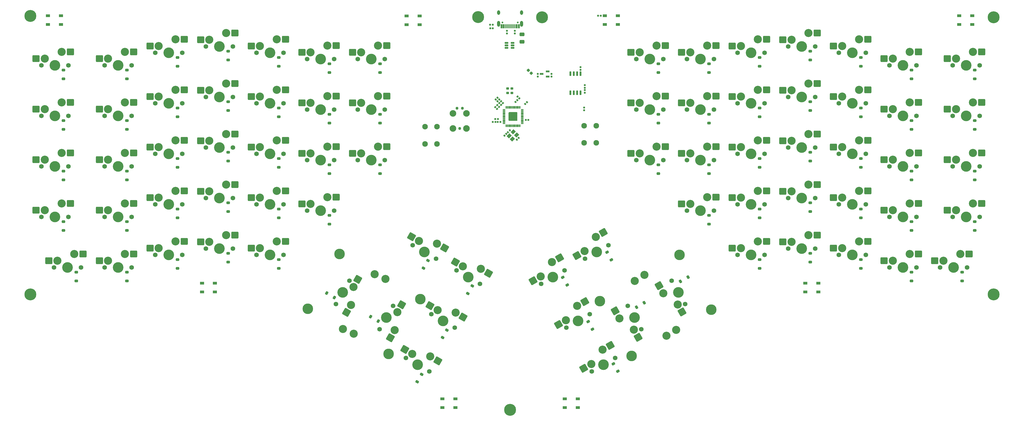
<source format=gbr>
%TF.GenerationSoftware,KiCad,Pcbnew,7.0.2*%
%TF.CreationDate,2023-06-02T16:23:41-04:00*%
%TF.ProjectId,arisu,61726973-752e-46b6-9963-61645f706362,1.1*%
%TF.SameCoordinates,Original*%
%TF.FileFunction,Soldermask,Bot*%
%TF.FilePolarity,Negative*%
%FSLAX46Y46*%
G04 Gerber Fmt 4.6, Leading zero omitted, Abs format (unit mm)*
G04 Created by KiCad (PCBNEW 7.0.2) date 2023-06-02 16:23:41*
%MOMM*%
%LPD*%
G01*
G04 APERTURE LIST*
G04 Aperture macros list*
%AMRoundRect*
0 Rectangle with rounded corners*
0 $1 Rounding radius*
0 $2 $3 $4 $5 $6 $7 $8 $9 X,Y pos of 4 corners*
0 Add a 4 corners polygon primitive as box body*
4,1,4,$2,$3,$4,$5,$6,$7,$8,$9,$2,$3,0*
0 Add four circle primitives for the rounded corners*
1,1,$1+$1,$2,$3*
1,1,$1+$1,$4,$5*
1,1,$1+$1,$6,$7*
1,1,$1+$1,$8,$9*
0 Add four rect primitives between the rounded corners*
20,1,$1+$1,$2,$3,$4,$5,0*
20,1,$1+$1,$4,$5,$6,$7,0*
20,1,$1+$1,$6,$7,$8,$9,0*
20,1,$1+$1,$8,$9,$2,$3,0*%
G04 Aperture macros list end*
%ADD10C,1.750000*%
%ADD11C,3.050000*%
%ADD12C,4.000000*%
%ADD13RoundRect,0.301000X-1.025000X-1.000000X1.025000X-1.000000X1.025000X1.000000X-1.025000X1.000000X0*%
%ADD14RoundRect,0.301000X1.378525X-0.387676X0.353525X1.387676X-1.378525X0.387676X-0.353525X-1.387676X0*%
%ADD15C,3.048000*%
%ADD16C,3.987800*%
%ADD17RoundRect,0.301000X-1.387676X-0.353525X0.387676X-1.378525X1.387676X0.353525X-0.387676X1.378525X0*%
%ADD18RoundRect,0.301000X-0.387676X-1.378525X1.387676X-0.353525X0.387676X1.378525X-1.387676X0.353525X0*%
%ADD19C,2.102000*%
%ADD20RoundRect,0.301000X-0.353525X1.387676X-1.378525X-0.387676X0.353525X-1.387676X1.378525X0.387676X0*%
%ADD21C,4.502000*%
%ADD22C,2.476910*%
%ADD23C,1.092610*%
%ADD24RoundRect,0.276000X0.375000X-0.225000X0.375000X0.225000X-0.375000X0.225000X-0.375000X-0.225000X0*%
%ADD25RoundRect,0.051000X0.750000X0.450000X-0.750000X0.450000X-0.750000X-0.450000X0.750000X-0.450000X0*%
%ADD26RoundRect,0.191000X0.021213X-0.219203X0.219203X-0.021213X-0.021213X0.219203X-0.219203X0.021213X0*%
%ADD27RoundRect,0.186000X-0.135000X-0.185000X0.135000X-0.185000X0.135000X0.185000X-0.135000X0.185000X0*%
%ADD28RoundRect,0.201000X0.150000X-0.650000X0.150000X0.650000X-0.150000X0.650000X-0.150000X-0.650000X0*%
%ADD29RoundRect,0.191000X0.219203X0.021213X0.021213X0.219203X-0.219203X-0.021213X-0.021213X-0.219203X0*%
%ADD30RoundRect,0.276000X0.437260X-0.007356X0.212260X0.382356X-0.437260X0.007356X-0.212260X-0.382356X0*%
%ADD31RoundRect,0.191000X0.140000X0.170000X-0.140000X0.170000X-0.140000X-0.170000X0.140000X-0.170000X0*%
%ADD32RoundRect,0.251000X-0.275000X0.200000X-0.275000X-0.200000X0.275000X-0.200000X0.275000X0.200000X0*%
%ADD33RoundRect,0.191000X-0.219203X-0.021213X-0.021213X-0.219203X0.219203X0.021213X0.021213X0.219203X0*%
%ADD34RoundRect,0.276000X0.007356X0.437260X-0.382356X0.212260X-0.007356X-0.437260X0.382356X-0.212260X0*%
%ADD35RoundRect,0.191000X-0.140000X-0.170000X0.140000X-0.170000X0.140000X0.170000X-0.140000X0.170000X0*%
%ADD36RoundRect,0.101000X0.387500X0.050000X-0.387500X0.050000X-0.387500X-0.050000X0.387500X-0.050000X0*%
%ADD37RoundRect,0.101000X0.050000X0.387500X-0.050000X0.387500X-0.050000X-0.387500X0.050000X-0.387500X0*%
%ADD38RoundRect,0.195000X1.456000X1.456000X-1.456000X1.456000X-1.456000X-1.456000X1.456000X-1.456000X0*%
%ADD39RoundRect,0.191000X-0.021213X0.219203X-0.219203X0.021213X0.021213X-0.219203X0.219203X-0.021213X0*%
%ADD40RoundRect,0.191000X0.170000X-0.140000X0.170000X0.140000X-0.170000X0.140000X-0.170000X-0.140000X0*%
%ADD41RoundRect,0.276000X-0.382356X-0.212260X0.007356X-0.437260X0.382356X0.212260X-0.007356X0.437260X0*%
%ADD42RoundRect,0.276000X0.212260X-0.382356X0.437260X0.007356X-0.212260X0.382356X-0.437260X-0.007356X0*%
%ADD43RoundRect,0.186000X0.185000X-0.135000X0.185000X0.135000X-0.185000X0.135000X-0.185000X-0.135000X0*%
%ADD44RoundRect,0.051000X-0.070711X-0.919239X0.919239X0.070711X0.070711X0.919239X-0.919239X-0.070711X0*%
%ADD45RoundRect,0.276000X-0.335876X-0.017678X-0.017678X-0.335876X0.335876X0.017678X0.017678X0.335876X0*%
%ADD46RoundRect,0.186000X-0.035355X0.226274X-0.226274X0.035355X0.035355X-0.226274X0.226274X-0.035355X0*%
%ADD47RoundRect,0.191000X-0.170000X0.140000X-0.170000X-0.140000X0.170000X-0.140000X0.170000X0.140000X0*%
%ADD48RoundRect,0.186000X-0.185000X0.135000X-0.185000X-0.135000X0.185000X-0.135000X0.185000X0.135000X0*%
%ADD49RoundRect,0.201000X0.475000X0.150000X-0.475000X0.150000X-0.475000X-0.150000X0.475000X-0.150000X0*%
%ADD50C,0.650000*%
%ADD51RoundRect,0.051000X-0.300000X-0.725000X0.300000X-0.725000X0.300000X0.725000X-0.300000X0.725000X0*%
%ADD52RoundRect,0.051000X-0.150000X-0.725000X0.150000X-0.725000X0.150000X0.725000X-0.150000X0.725000X0*%
%ADD53O,1.102000X1.702000*%
%ADD54O,1.102000X2.202000*%
%ADD55RoundRect,0.201000X0.512500X0.150000X-0.512500X0.150000X-0.512500X-0.150000X0.512500X-0.150000X0*%
%ADD56RoundRect,0.301000X-0.625000X0.375000X-0.625000X-0.375000X0.625000X-0.375000X0.625000X0.375000X0*%
G04 APERTURE END LIST*
D10*
%TO.C,SW18*%
X80010000Y-53575000D03*
D11*
X81280000Y-51035000D03*
D12*
X85090000Y-53575000D03*
D11*
X87630000Y-48495000D03*
D10*
X90170000Y-53575000D03*
D13*
X78005000Y-51035000D03*
X90932000Y-48495000D03*
%TD*%
D10*
%TO.C,SW35*%
X137160000Y-77387500D03*
D11*
X138430000Y-74847500D03*
D12*
X142240000Y-77387500D03*
D11*
X144780000Y-72307500D03*
D10*
X147320000Y-77387500D03*
D13*
X135155000Y-74847500D03*
X148082000Y-72307500D03*
%TD*%
D10*
%TO.C,SW54*%
X243858300Y-141147209D03*
D11*
X241023595Y-141317357D03*
D12*
X241318300Y-136747800D03*
D11*
X235648891Y-137088095D03*
D10*
X238778300Y-132348391D03*
D14*
X242661095Y-144153590D03*
X233997891Y-134228480D03*
%TD*%
D10*
%TO.C,SW29*%
X18097500Y-79768700D03*
D11*
X19367500Y-77228700D03*
D12*
X23177500Y-79768700D03*
D11*
X25717500Y-74688700D03*
D10*
X28257500Y-79768700D03*
D13*
X16092500Y-77228700D03*
X29019500Y-74688700D03*
%TD*%
D10*
%TO.C,SW11*%
X299085000Y-34525000D03*
D11*
X300355000Y-31985000D03*
D12*
X304165000Y-34525000D03*
D11*
X306705000Y-29445000D03*
D10*
X309245000Y-34525000D03*
D13*
X297080000Y-31985000D03*
X310007000Y-29445000D03*
%TD*%
D15*
%TO.C,REF\u002A\u002A*%
X241398487Y-122916689D03*
D16*
X228226241Y-130521689D03*
D15*
X253336487Y-143593911D03*
D16*
X240164241Y-151198911D03*
%TD*%
D10*
%TO.C,SW76*%
X356235000Y-117868700D03*
D11*
X357505000Y-115328700D03*
D12*
X361315000Y-117868700D03*
D11*
X363855000Y-112788700D03*
D10*
X366395000Y-117868700D03*
D13*
X354230000Y-115328700D03*
X367157000Y-112788700D03*
%TD*%
D10*
%TO.C,SW57*%
X299085000Y-91675000D03*
D11*
X300355000Y-89135000D03*
D12*
X304165000Y-91675000D03*
D11*
X306705000Y-86595000D03*
D10*
X309245000Y-91675000D03*
D13*
X297080000Y-89135000D03*
X310007000Y-86595000D03*
%TD*%
D10*
%TO.C,SW48*%
X80010000Y-91675000D03*
D11*
X81280000Y-89135000D03*
D12*
X85090000Y-91675000D03*
D11*
X87630000Y-86595000D03*
D10*
X90170000Y-91675000D03*
D13*
X78005000Y-89135000D03*
X90932000Y-86595000D03*
%TD*%
D10*
%TO.C,SW46*%
X41910000Y-98818700D03*
D11*
X43180000Y-96278700D03*
D12*
X46990000Y-98818700D03*
D11*
X49530000Y-93738700D03*
D10*
X52070000Y-98818700D03*
D13*
X39905000Y-96278700D03*
X52832000Y-93738700D03*
%TD*%
D10*
%TO.C,SW66*%
X155272591Y-151981700D03*
D11*
X157642443Y-150416995D03*
D12*
X159672000Y-154521700D03*
D11*
X164411705Y-151392291D03*
D10*
X164071409Y-157061700D03*
D17*
X154806210Y-148779495D03*
X167271320Y-153043291D03*
%TD*%
D10*
%TO.C,SW25*%
X299085000Y-53575000D03*
D11*
X300355000Y-51035000D03*
D12*
X304165000Y-53575000D03*
D11*
X306705000Y-48495000D03*
D10*
X309245000Y-53575000D03*
D13*
X297080000Y-51035000D03*
X310007000Y-48495000D03*
%TD*%
D10*
%TO.C,SW58*%
X318135000Y-94056200D03*
D11*
X319405000Y-91516200D03*
D12*
X323215000Y-94056200D03*
D11*
X325755000Y-88976200D03*
D10*
X328295000Y-94056200D03*
D13*
X316130000Y-91516200D03*
X329057000Y-88976200D03*
%TD*%
D10*
%TO.C,SW68*%
X174322591Y-118986100D03*
D11*
X176692443Y-117421395D03*
D12*
X178722000Y-121526100D03*
D11*
X183461705Y-118396691D03*
D10*
X183121409Y-124066100D03*
D17*
X173856210Y-115783895D03*
X186321320Y-120047691D03*
%TD*%
D15*
%TO.C,REF\u002A\u002A*%
X143457087Y-120376689D03*
D16*
X130284841Y-112771689D03*
D15*
X131519087Y-141053911D03*
D16*
X118346841Y-133448911D03*
%TD*%
D10*
%TO.C,SW70*%
X215658591Y-140563900D03*
D11*
X215488443Y-137729195D03*
D12*
X220058000Y-138023900D03*
D11*
X219717705Y-132354491D03*
D10*
X224457409Y-135483900D03*
D18*
X212652210Y-139366695D03*
X222577320Y-130703491D03*
%TD*%
D10*
%TO.C,SW27*%
X337185000Y-60718700D03*
D11*
X338455000Y-58178700D03*
D12*
X342265000Y-60718700D03*
D11*
X344805000Y-55638700D03*
D10*
X347345000Y-60718700D03*
D13*
X335180000Y-58178700D03*
X348107000Y-55638700D03*
%TD*%
D10*
%TO.C,SW19*%
X99060000Y-55956200D03*
D11*
X100330000Y-53416200D03*
D12*
X104140000Y-55956200D03*
D11*
X106680000Y-50876200D03*
D10*
X109220000Y-55956200D03*
D13*
X97055000Y-53416200D03*
X109982000Y-50876200D03*
%TD*%
D10*
%TO.C,SW37*%
X260356100Y-131622209D03*
D11*
X257521395Y-131792357D03*
D12*
X257816100Y-127222800D03*
D11*
X252146691Y-127563095D03*
D10*
X255276100Y-122823391D03*
D14*
X259158895Y-134628590D03*
X250495691Y-124703480D03*
%TD*%
D10*
%TO.C,SW49*%
X99060000Y-94056200D03*
D11*
X100330000Y-91516200D03*
D12*
X104140000Y-94056200D03*
D11*
X106680000Y-88976200D03*
D10*
X109220000Y-94056200D03*
D13*
X97055000Y-91516200D03*
X109982000Y-88976200D03*
%TD*%
D19*
%TO.C,RST1*%
X162450000Y-71250000D03*
X162450000Y-64750000D03*
X166950000Y-71250000D03*
X166950000Y-64750000D03*
%TD*%
D10*
%TO.C,SW51*%
X150476700Y-132348391D03*
D11*
X152041405Y-134718243D03*
D12*
X147936700Y-136747800D03*
D11*
X151066109Y-141487505D03*
D10*
X145396700Y-141147209D03*
D20*
X153678905Y-131882010D03*
X149415109Y-144347120D03*
%TD*%
D21*
%TO.C,H7*%
X206450000Y-23550000D03*
%TD*%
D10*
%TO.C,SW32*%
X80010000Y-72625000D03*
D11*
X81280000Y-70085000D03*
D12*
X85090000Y-72625000D03*
D11*
X87630000Y-67545000D03*
D10*
X90170000Y-72625000D03*
D13*
X78005000Y-70085000D03*
X90932000Y-67545000D03*
%TD*%
D10*
%TO.C,SW33*%
X99060000Y-75006200D03*
D11*
X100330000Y-72466200D03*
D12*
X104140000Y-75006200D03*
D11*
X106680000Y-69926200D03*
D10*
X109220000Y-75006200D03*
D13*
X97055000Y-72466200D03*
X109982000Y-69926200D03*
%TD*%
D10*
%TO.C,SW2*%
X41910000Y-41668700D03*
D11*
X43180000Y-39128700D03*
D12*
X46990000Y-41668700D03*
D11*
X49530000Y-36588700D03*
D10*
X52070000Y-41668700D03*
D13*
X39905000Y-39128700D03*
X52832000Y-36588700D03*
%TD*%
D10*
%TO.C,SW45*%
X18097500Y-98818700D03*
D11*
X19367500Y-96278700D03*
D12*
X23177500Y-98818700D03*
D11*
X25717500Y-93738700D03*
D10*
X28257500Y-98818700D03*
D13*
X16092500Y-96278700D03*
X29019500Y-93738700D03*
%TD*%
D10*
%TO.C,SW21*%
X137160000Y-58337500D03*
D11*
X138430000Y-55797500D03*
D12*
X142240000Y-58337500D03*
D11*
X144780000Y-53257500D03*
D10*
X147320000Y-58337500D03*
D13*
X135155000Y-55797500D03*
X148082000Y-53257500D03*
%TD*%
D10*
%TO.C,SW26*%
X318135000Y-55956200D03*
D11*
X319405000Y-53416200D03*
D12*
X323215000Y-55956200D03*
D11*
X325755000Y-50876200D03*
D10*
X328295000Y-55956200D03*
D13*
X316130000Y-53416200D03*
X329057000Y-50876200D03*
%TD*%
D10*
%TO.C,SW40*%
X280035000Y-75006200D03*
D11*
X281305000Y-72466200D03*
D12*
X285115000Y-75006200D03*
D11*
X287655000Y-69926200D03*
D10*
X290195000Y-75006200D03*
D13*
X278030000Y-72466200D03*
X290957000Y-69926200D03*
%TD*%
D10*
%TO.C,SW14*%
X360997500Y-41668700D03*
D11*
X362267500Y-39128700D03*
D12*
X366077500Y-41668700D03*
D11*
X368617500Y-36588700D03*
D10*
X371157500Y-41668700D03*
D13*
X358992500Y-39128700D03*
X371919500Y-36588700D03*
%TD*%
D10*
%TO.C,SW20*%
X118110000Y-58337500D03*
D11*
X119380000Y-55797500D03*
D12*
X123190000Y-58337500D03*
D11*
X125730000Y-53257500D03*
D10*
X128270000Y-58337500D03*
D13*
X116105000Y-55797500D03*
X129032000Y-53257500D03*
%TD*%
D10*
%TO.C,SW75*%
X337185000Y-117868700D03*
D11*
X338455000Y-115328700D03*
D12*
X342265000Y-117868700D03*
D11*
X344805000Y-112788700D03*
D10*
X347345000Y-117868700D03*
D13*
X335180000Y-115328700D03*
X348107000Y-112788700D03*
%TD*%
D10*
%TO.C,SW13*%
X337185000Y-41668700D03*
D11*
X338455000Y-39128700D03*
D12*
X342265000Y-41668700D03*
D11*
X344805000Y-36588700D03*
D10*
X347345000Y-41668700D03*
D13*
X335180000Y-39128700D03*
X348107000Y-36588700D03*
%TD*%
D10*
%TO.C,SW60*%
X360997500Y-98818700D03*
D11*
X362267500Y-96278700D03*
D12*
X366077500Y-98818700D03*
D11*
X368617500Y-93738700D03*
D10*
X371157500Y-98818700D03*
D13*
X358992500Y-96278700D03*
X371919500Y-93738700D03*
%TD*%
D10*
%TO.C,SW43*%
X337185000Y-79768700D03*
D11*
X338455000Y-77228700D03*
D12*
X342265000Y-79768700D03*
D11*
X344805000Y-74688700D03*
D10*
X347345000Y-79768700D03*
D13*
X335180000Y-77228700D03*
X348107000Y-74688700D03*
%TD*%
D10*
%TO.C,SW6*%
X118110000Y-39287500D03*
D11*
X119380000Y-36747500D03*
D12*
X123190000Y-39287500D03*
D11*
X125730000Y-34207500D03*
D10*
X128270000Y-39287500D03*
D13*
X116105000Y-36747500D03*
X129032000Y-34207500D03*
%TD*%
D10*
%TO.C,SW53*%
X222631391Y-114541100D03*
D11*
X222461243Y-111706395D03*
D12*
X227030800Y-112001100D03*
D11*
X226690505Y-106331691D03*
D10*
X231430209Y-109461100D03*
D18*
X219625010Y-113343895D03*
X229550120Y-104680691D03*
%TD*%
D10*
%TO.C,SW42*%
X318135000Y-75006200D03*
D11*
X319405000Y-72466200D03*
D12*
X323215000Y-75006200D03*
D11*
X325755000Y-69926200D03*
D10*
X328295000Y-75006200D03*
D13*
X316130000Y-72466200D03*
X329057000Y-69926200D03*
%TD*%
D10*
%TO.C,SW4*%
X80010000Y-34525000D03*
D11*
X81280000Y-31985000D03*
D12*
X85090000Y-34525000D03*
D11*
X87630000Y-29445000D03*
D10*
X90170000Y-34525000D03*
D13*
X78005000Y-31985000D03*
X90932000Y-29445000D03*
%TD*%
D10*
%TO.C,SW41*%
X299085000Y-72625000D03*
D11*
X300355000Y-70085000D03*
D12*
X304165000Y-72625000D03*
D11*
X306705000Y-67545000D03*
D10*
X309245000Y-72625000D03*
D13*
X297080000Y-70085000D03*
X310007000Y-67545000D03*
%TD*%
D10*
%TO.C,SW39*%
X260985000Y-77387500D03*
D11*
X262255000Y-74847500D03*
D12*
X266065000Y-77387500D03*
D11*
X268605000Y-72307500D03*
D10*
X271145000Y-77387500D03*
D13*
X258980000Y-74847500D03*
X271907000Y-72307500D03*
%TD*%
D10*
%TO.C,SW10*%
X280035000Y-36906200D03*
D11*
X281305000Y-34366200D03*
D12*
X285115000Y-36906200D03*
D11*
X287655000Y-31826200D03*
D10*
X290195000Y-36906200D03*
D13*
X278030000Y-34366200D03*
X290957000Y-31826200D03*
%TD*%
D10*
%TO.C,SW61*%
X22860000Y-117868700D03*
D11*
X24130000Y-115328700D03*
D12*
X27940000Y-117868700D03*
D11*
X30480000Y-112788700D03*
D10*
X33020000Y-117868700D03*
D13*
X20855000Y-115328700D03*
X33782000Y-112788700D03*
%TD*%
D10*
%TO.C,SW74*%
X318135000Y-113106200D03*
D11*
X319405000Y-110566200D03*
D12*
X323215000Y-113106200D03*
D11*
X325755000Y-108026200D03*
D10*
X328295000Y-113106200D03*
D13*
X316130000Y-110566200D03*
X329057000Y-108026200D03*
%TD*%
D10*
%TO.C,SW64*%
X80010000Y-110725000D03*
D11*
X81280000Y-108185000D03*
D12*
X85090000Y-110725000D03*
D11*
X87630000Y-105645000D03*
D10*
X90170000Y-110725000D03*
D13*
X78005000Y-108185000D03*
X90932000Y-105645000D03*
%TD*%
D10*
%TO.C,SW28*%
X360997500Y-60718700D03*
D11*
X362267500Y-58178700D03*
D12*
X366077500Y-60718700D03*
D11*
X368617500Y-55638700D03*
D10*
X371157500Y-60718700D03*
D13*
X358992500Y-58178700D03*
X371919500Y-55638700D03*
%TD*%
D10*
%TO.C,SW31*%
X60960000Y-75006200D03*
D11*
X62230000Y-72466200D03*
D12*
X66040000Y-75006200D03*
D11*
X68580000Y-69926200D03*
D10*
X71120000Y-75006200D03*
D13*
X58955000Y-72466200D03*
X71882000Y-69926200D03*
%TD*%
D10*
%TO.C,SW36*%
X133978900Y-122823391D03*
D11*
X135543605Y-125193243D03*
D12*
X131438900Y-127222800D03*
D11*
X134568309Y-131962505D03*
D10*
X128898900Y-131622209D03*
D20*
X137181105Y-122357010D03*
X132917309Y-134822120D03*
%TD*%
D10*
%TO.C,SW23*%
X260985000Y-58337500D03*
D11*
X262255000Y-55797500D03*
D12*
X266065000Y-58337500D03*
D11*
X268605000Y-53257500D03*
D10*
X271145000Y-58337500D03*
D13*
X258980000Y-55797500D03*
X271907000Y-53257500D03*
%TD*%
D10*
%TO.C,SW12*%
X318135000Y-36906200D03*
D11*
X319405000Y-34366200D03*
D12*
X323215000Y-36906200D03*
D11*
X325755000Y-31826200D03*
D10*
X328295000Y-36906200D03*
D13*
X316130000Y-34366200D03*
X329057000Y-31826200D03*
%TD*%
D19*
%TO.C,BOOT1*%
X226850000Y-64400000D03*
X226850000Y-70900000D03*
X222350000Y-64400000D03*
X222350000Y-70900000D03*
%TD*%
D10*
%TO.C,SW9*%
X260985000Y-39287500D03*
D11*
X262255000Y-36747500D03*
D12*
X266065000Y-39287500D03*
D11*
X268605000Y-34207500D03*
D10*
X271145000Y-39287500D03*
D13*
X258980000Y-36747500D03*
X271907000Y-34207500D03*
%TD*%
D10*
%TO.C,SW30*%
X41910000Y-79768700D03*
D11*
X43180000Y-77228700D03*
D12*
X46990000Y-79768700D03*
D11*
X49530000Y-74688700D03*
D10*
X52070000Y-79768700D03*
D13*
X39905000Y-77228700D03*
X52832000Y-74688700D03*
%TD*%
D10*
%TO.C,SW52*%
X157824791Y-109461100D03*
D11*
X160194643Y-107896395D03*
D12*
X162224200Y-112001100D03*
D11*
X166963905Y-108871691D03*
D10*
X166623609Y-114541100D03*
D17*
X157358410Y-106258895D03*
X169823520Y-110522691D03*
%TD*%
D10*
%TO.C,SW8*%
X241935000Y-39287500D03*
D11*
X243205000Y-36747500D03*
D12*
X247015000Y-39287500D03*
D11*
X249555000Y-34207500D03*
D10*
X252095000Y-39287500D03*
D13*
X239930000Y-36747500D03*
X252857000Y-34207500D03*
%TD*%
D21*
%TO.C,H1*%
X182450000Y-23450000D03*
%TD*%
D10*
%TO.C,SW16*%
X41910000Y-60718700D03*
D11*
X43180000Y-58178700D03*
D12*
X46990000Y-60718700D03*
D11*
X49530000Y-55638700D03*
D10*
X52070000Y-60718700D03*
D13*
X39905000Y-58178700D03*
X52832000Y-55638700D03*
%TD*%
D10*
%TO.C,SW44*%
X360997500Y-79768700D03*
D11*
X362267500Y-77228700D03*
D12*
X366077500Y-79768700D03*
D11*
X368617500Y-74688700D03*
D10*
X371157500Y-79768700D03*
D13*
X358992500Y-77228700D03*
X371919500Y-74688700D03*
%TD*%
D10*
%TO.C,SW1*%
X18097500Y-41668700D03*
D11*
X19367500Y-39128700D03*
D12*
X23177500Y-41668700D03*
D11*
X25717500Y-36588700D03*
D10*
X28257500Y-41668700D03*
D13*
X16092500Y-39128700D03*
X29019500Y-36588700D03*
%TD*%
D21*
%TO.C,H3*%
X376450000Y-128050000D03*
%TD*%
D10*
%TO.C,SW47*%
X60960000Y-94056200D03*
D11*
X62230000Y-91516200D03*
D12*
X66040000Y-94056200D03*
D11*
X68580000Y-88976200D03*
D10*
X71120000Y-94056200D03*
D13*
X58955000Y-91516200D03*
X71882000Y-88976200D03*
%TD*%
D21*
%TO.C,H5*%
X376450000Y-23550000D03*
%TD*%
D10*
%TO.C,SW22*%
X241935000Y-58337500D03*
D11*
X243205000Y-55797500D03*
D12*
X247015000Y-58337500D03*
D11*
X249555000Y-53257500D03*
D10*
X252095000Y-58337500D03*
D13*
X239930000Y-55797500D03*
X252857000Y-53257500D03*
%TD*%
D22*
%TO.C,P1*%
X172995000Y-65450000D03*
D23*
X175535000Y-65450000D03*
D22*
X178075000Y-65450000D03*
X172995000Y-59735000D03*
X178075000Y-59735000D03*
D23*
X174519000Y-57830000D03*
X176551000Y-57830000D03*
%TD*%
D10*
%TO.C,SW59*%
X337185000Y-98818700D03*
D11*
X338455000Y-96278700D03*
D12*
X342265000Y-98818700D03*
D11*
X344805000Y-93738700D03*
D10*
X347345000Y-98818700D03*
D13*
X335180000Y-96278700D03*
X348107000Y-93738700D03*
%TD*%
D10*
%TO.C,SW5*%
X99060000Y-36906200D03*
D11*
X100330000Y-34366200D03*
D12*
X104140000Y-36906200D03*
D11*
X106680000Y-31826200D03*
D10*
X109220000Y-36906200D03*
D13*
X97055000Y-34366200D03*
X109982000Y-31826200D03*
%TD*%
D10*
%TO.C,SW69*%
X206133591Y-124066100D03*
D11*
X205963443Y-121231395D03*
D12*
X210533000Y-121526100D03*
D11*
X210192705Y-115856691D03*
D10*
X214932409Y-118986100D03*
D18*
X203127210Y-122868895D03*
X213052320Y-114205691D03*
%TD*%
D10*
%TO.C,SW3*%
X60960000Y-36906200D03*
D11*
X62230000Y-34366200D03*
D12*
X66040000Y-36906200D03*
D11*
X68580000Y-31826200D03*
D10*
X71120000Y-36906200D03*
D13*
X58955000Y-34366200D03*
X71882000Y-31826200D03*
%TD*%
D10*
%TO.C,SW17*%
X60960000Y-55956200D03*
D11*
X62230000Y-53416200D03*
D12*
X66040000Y-55956200D03*
D11*
X68580000Y-50876200D03*
D10*
X71120000Y-55956200D03*
D13*
X58955000Y-53416200D03*
X71882000Y-50876200D03*
%TD*%
D10*
%TO.C,SW71*%
X225183591Y-157061700D03*
D11*
X225013443Y-154226995D03*
D12*
X229583000Y-154521700D03*
D11*
X229242705Y-148852291D03*
D10*
X233982409Y-151981700D03*
D18*
X222177210Y-155864495D03*
X232102320Y-147201291D03*
%TD*%
D10*
%TO.C,SW24*%
X280035000Y-55956200D03*
D11*
X281305000Y-53416200D03*
D12*
X285115000Y-55956200D03*
D11*
X287655000Y-50876200D03*
D10*
X290195000Y-55956200D03*
D13*
X278030000Y-53416200D03*
X290957000Y-50876200D03*
%TD*%
D10*
%TO.C,SW63*%
X60960000Y-113106200D03*
D11*
X62230000Y-110566200D03*
D12*
X66040000Y-113106200D03*
D11*
X68580000Y-108026200D03*
D10*
X71120000Y-113106200D03*
D13*
X58955000Y-110566200D03*
X71882000Y-108026200D03*
%TD*%
D21*
%TO.C,H6*%
X13950000Y-23050000D03*
%TD*%
D10*
%TO.C,SW67*%
X164797591Y-135483900D03*
D11*
X167167443Y-133919195D03*
D12*
X169197000Y-138023900D03*
D11*
X173936705Y-134894491D03*
D10*
X173596409Y-140563900D03*
D17*
X164331210Y-132281695D03*
X176796320Y-136545491D03*
%TD*%
D10*
%TO.C,SW65*%
X99060000Y-113106200D03*
D11*
X100330000Y-110566200D03*
D12*
X104140000Y-113106200D03*
D11*
X106680000Y-108026200D03*
D10*
X109220000Y-113106200D03*
D13*
X97055000Y-110566200D03*
X109982000Y-108026200D03*
%TD*%
D10*
%TO.C,SW72*%
X280035000Y-113106200D03*
D11*
X281305000Y-110566200D03*
D12*
X285115000Y-113106200D03*
D11*
X287655000Y-108026200D03*
D10*
X290195000Y-113106200D03*
D13*
X278030000Y-110566200D03*
X290957000Y-108026200D03*
%TD*%
D10*
%TO.C,SW62*%
X41910000Y-117868700D03*
D11*
X43180000Y-115328700D03*
D12*
X46990000Y-117868700D03*
D11*
X49530000Y-112788700D03*
D10*
X52070000Y-117868700D03*
D13*
X39905000Y-115328700D03*
X52832000Y-112788700D03*
%TD*%
D10*
%TO.C,SW73*%
X299085000Y-110725000D03*
D11*
X300355000Y-108185000D03*
D12*
X304165000Y-110725000D03*
D11*
X306705000Y-105645000D03*
D10*
X309245000Y-110725000D03*
D13*
X297080000Y-108185000D03*
X310007000Y-105645000D03*
%TD*%
D15*
%TO.C,REF\u002A\u002A*%
X256964027Y-141363911D03*
D16*
X270136273Y-133758911D03*
D15*
X245026027Y-120686689D03*
D16*
X258198273Y-113081689D03*
%TD*%
D10*
%TO.C,SW15*%
X18097500Y-60718700D03*
D11*
X19367500Y-58178700D03*
D12*
X23177500Y-60718700D03*
D11*
X25717500Y-55638700D03*
D10*
X28257500Y-60718700D03*
D13*
X16092500Y-58178700D03*
X29019500Y-55638700D03*
%TD*%
D10*
%TO.C,SW7*%
X137160000Y-39287500D03*
D11*
X138430000Y-36747500D03*
D12*
X142240000Y-39287500D03*
D11*
X144780000Y-34207500D03*
D10*
X147320000Y-39287500D03*
D13*
X135155000Y-36747500D03*
X148082000Y-34207500D03*
%TD*%
D21*
%TO.C,H2*%
X194450000Y-171550000D03*
%TD*%
D10*
%TO.C,SW34*%
X118110000Y-77387500D03*
D11*
X119380000Y-74847500D03*
D12*
X123190000Y-77387500D03*
D11*
X125730000Y-72307500D03*
D10*
X128270000Y-77387500D03*
D13*
X116105000Y-74847500D03*
X129032000Y-72307500D03*
%TD*%
D15*
%TO.C,REF\u002A\u002A*%
X135608513Y-142822025D03*
D16*
X148780759Y-150427025D03*
D15*
X147546513Y-122144803D03*
D16*
X160718759Y-129749803D03*
%TD*%
D10*
%TO.C,SW55*%
X260985000Y-96437500D03*
D11*
X262255000Y-93897500D03*
D12*
X266065000Y-96437500D03*
D11*
X268605000Y-91357500D03*
D10*
X271145000Y-96437500D03*
D13*
X258980000Y-93897500D03*
X271907000Y-91357500D03*
%TD*%
D10*
%TO.C,SW50*%
X118110000Y-96437500D03*
D11*
X119380000Y-93897500D03*
D12*
X123190000Y-96437500D03*
D11*
X125730000Y-91357500D03*
D10*
X128270000Y-96437500D03*
D13*
X116105000Y-93897500D03*
X129032000Y-91357500D03*
%TD*%
D10*
%TO.C,SW38*%
X241935000Y-77387500D03*
D11*
X243205000Y-74847500D03*
D12*
X247015000Y-77387500D03*
D11*
X249555000Y-72307500D03*
D10*
X252095000Y-77387500D03*
D13*
X239930000Y-74847500D03*
X252857000Y-72307500D03*
%TD*%
D21*
%TO.C,H4*%
X13950000Y-128050000D03*
%TD*%
D10*
%TO.C,SW56*%
X280035000Y-94056200D03*
D11*
X281305000Y-91516200D03*
D12*
X285115000Y-94056200D03*
D11*
X287655000Y-88976200D03*
D10*
X290195000Y-94056200D03*
D13*
X278030000Y-91516200D03*
X290957000Y-88976200D03*
%TD*%
D24*
%TO.C,D10*%
X288375000Y-41968750D03*
X288375000Y-38668750D03*
%TD*%
%TO.C,D21*%
X145500000Y-63400000D03*
X145500000Y-60100000D03*
%TD*%
D25*
%TO.C,LED1*%
X235018800Y-22956200D03*
X235018800Y-26256200D03*
X230118800Y-26256200D03*
X230118800Y-22956200D03*
%TD*%
D24*
%TO.C,D16*%
X50250000Y-65781250D03*
X50250000Y-62481250D03*
%TD*%
%TO.C,D60*%
X369337500Y-103881250D03*
X369337500Y-100581250D03*
%TD*%
D26*
%TO.C,C7*%
X189717696Y-55196518D03*
X190396518Y-54517696D03*
%TD*%
D24*
%TO.C,D11*%
X307425000Y-39587500D03*
X307425000Y-36287500D03*
%TD*%
D27*
%TO.C,R101*%
X227590000Y-22950000D03*
X228610000Y-22950000D03*
%TD*%
D28*
%TO.C,U2*%
X220980000Y-52018750D03*
X219710000Y-52018750D03*
X218440000Y-52018750D03*
X217170000Y-52018750D03*
X217170000Y-44818750D03*
X218440000Y-44818750D03*
X219710000Y-44818750D03*
X220980000Y-44818750D03*
%TD*%
D29*
%TO.C,C9*%
X190289411Y-57339411D03*
X189610589Y-56660589D03*
%TD*%
D30*
%TO.C,D69*%
X215931250Y-124460192D03*
X214281250Y-121602308D03*
%TD*%
D24*
%TO.C,D38*%
X250275000Y-82450000D03*
X250275000Y-79150000D03*
%TD*%
%TO.C,D59*%
X345525000Y-103881250D03*
X345525000Y-100581250D03*
%TD*%
%TO.C,D3*%
X69300000Y-41968750D03*
X69300000Y-38668750D03*
%TD*%
%TO.C,D18*%
X88350000Y-58637500D03*
X88350000Y-55337500D03*
%TD*%
D25*
%TO.C,LED8*%
X160400000Y-23000000D03*
X160400000Y-26300000D03*
X155500000Y-26300000D03*
X155500000Y-23000000D03*
%TD*%
D31*
%TO.C,C10*%
X189850000Y-61900000D03*
X188890000Y-61900000D03*
%TD*%
D24*
%TO.C,D29*%
X26437500Y-84831250D03*
X26437500Y-81531250D03*
%TD*%
%TO.C,D23*%
X269325000Y-63400000D03*
X269325000Y-60100000D03*
%TD*%
%TO.C,D65*%
X107400000Y-118168750D03*
X107400000Y-114868750D03*
%TD*%
D32*
%TO.C,R6*%
X193525000Y-50375000D03*
X193525000Y-52025000D03*
%TD*%
D24*
%TO.C,D27*%
X345525000Y-65781250D03*
X345525000Y-62481250D03*
%TD*%
%TO.C,D9*%
X269325000Y-44350000D03*
X269325000Y-41050000D03*
%TD*%
%TO.C,D76*%
X364575000Y-122931250D03*
X364575000Y-119631250D03*
%TD*%
D33*
%TO.C,C14*%
X197271178Y-53416272D03*
X197950000Y-54095094D03*
%TD*%
D29*
%TO.C,C12*%
X191075000Y-56553822D03*
X190396178Y-55875000D03*
%TD*%
D24*
%TO.C,D24*%
X288375000Y-61018750D03*
X288375000Y-57718750D03*
%TD*%
%TO.C,D1*%
X26437500Y-46731250D03*
X26437500Y-43431250D03*
%TD*%
D25*
%TO.C,LED2*%
X368368800Y-22956200D03*
X368368800Y-26256200D03*
X363468800Y-26256200D03*
X363468800Y-22956200D03*
%TD*%
D24*
%TO.C,D61*%
X31200000Y-122931250D03*
X31200000Y-119631250D03*
%TD*%
D34*
%TO.C,D37*%
X261403492Y-121482650D03*
X258545608Y-123132650D03*
%TD*%
D24*
%TO.C,D56*%
X288375000Y-99118750D03*
X288375000Y-95818750D03*
%TD*%
D30*
%TO.C,D71*%
X234981250Y-157003942D03*
X233331250Y-154146058D03*
%TD*%
D35*
%TO.C,C18*%
X186995000Y-27640000D03*
X187955000Y-27640000D03*
%TD*%
D24*
%TO.C,D32*%
X88350000Y-77687500D03*
X88350000Y-74387500D03*
%TD*%
D36*
%TO.C,U3*%
X199017500Y-58360000D03*
X199017500Y-58760000D03*
X199017500Y-59160000D03*
X199017500Y-59560000D03*
X199017500Y-59960000D03*
X199017500Y-60360000D03*
X199017500Y-60760000D03*
X199017500Y-61160000D03*
X199017500Y-61560000D03*
X199017500Y-61960000D03*
X199017500Y-62360000D03*
X199017500Y-62760000D03*
X199017500Y-63160000D03*
X199017500Y-63560000D03*
D37*
X198180000Y-64397500D03*
X197780000Y-64397500D03*
X197380000Y-64397500D03*
X196980000Y-64397500D03*
X196580000Y-64397500D03*
X196180000Y-64397500D03*
X195780000Y-64397500D03*
X195380000Y-64397500D03*
X194980000Y-64397500D03*
X194580000Y-64397500D03*
X194180000Y-64397500D03*
X193780000Y-64397500D03*
X193380000Y-64397500D03*
X192980000Y-64397500D03*
D36*
X192142500Y-63560000D03*
X192142500Y-63160000D03*
X192142500Y-62760000D03*
X192142500Y-62360000D03*
X192142500Y-61960000D03*
X192142500Y-61560000D03*
X192142500Y-61160000D03*
X192142500Y-60760000D03*
X192142500Y-60360000D03*
X192142500Y-59960000D03*
X192142500Y-59560000D03*
X192142500Y-59160000D03*
X192142500Y-58760000D03*
X192142500Y-58360000D03*
D37*
X192980000Y-57522500D03*
X193380000Y-57522500D03*
X193780000Y-57522500D03*
X194180000Y-57522500D03*
X194580000Y-57522500D03*
X194980000Y-57522500D03*
X195380000Y-57522500D03*
X195780000Y-57522500D03*
X196180000Y-57522500D03*
X196580000Y-57522500D03*
X196980000Y-57522500D03*
X197380000Y-57522500D03*
X197780000Y-57522500D03*
X198180000Y-57522500D03*
D38*
X195580000Y-60960000D03*
%TD*%
D25*
%TO.C,LED5*%
X173900000Y-167418700D03*
X173900000Y-170718700D03*
X169000000Y-170718700D03*
X169000000Y-167418700D03*
%TD*%
D27*
%TO.C,R9*%
X186965000Y-26340000D03*
X187985000Y-26340000D03*
%TD*%
D24*
%TO.C,D20*%
X126450000Y-63400000D03*
X126450000Y-60100000D03*
%TD*%
D39*
%TO.C,C2*%
X192989411Y-67510589D03*
X192310589Y-68189411D03*
%TD*%
D24*
%TO.C,D5*%
X107400000Y-41968750D03*
X107400000Y-38668750D03*
%TD*%
%TO.C,D47*%
X69300000Y-99118750D03*
X69300000Y-95818750D03*
%TD*%
%TO.C,D7*%
X145500000Y-44350000D03*
X145500000Y-41050000D03*
%TD*%
%TO.C,D43*%
X345525000Y-84831250D03*
X345525000Y-81531250D03*
%TD*%
%TO.C,D63*%
X69300000Y-118168750D03*
X69300000Y-114868750D03*
%TD*%
D40*
%TO.C,C4*%
X220950000Y-43310000D03*
X220950000Y-42350000D03*
%TD*%
D26*
%TO.C,C6*%
X189010589Y-54489411D03*
X189689411Y-53810589D03*
%TD*%
D27*
%TO.C,R4*%
X187940000Y-63000000D03*
X188960000Y-63000000D03*
%TD*%
D39*
%TO.C,C16*%
X200789411Y-55560589D03*
X200110589Y-56239411D03*
%TD*%
D41*
%TO.C,D36*%
X125470258Y-127515150D03*
X128328142Y-129165150D03*
%TD*%
D24*
%TO.C,D31*%
X69300000Y-80068750D03*
X69300000Y-76768750D03*
%TD*%
%TO.C,D50*%
X126450000Y-101500000D03*
X126450000Y-98200000D03*
%TD*%
%TO.C,D49*%
X107400000Y-99118750D03*
X107400000Y-95818750D03*
%TD*%
%TO.C,D75*%
X345525000Y-122931250D03*
X345525000Y-119631250D03*
%TD*%
D42*
%TO.C,D52*%
X161893750Y-118110192D03*
X163543750Y-115252308D03*
%TD*%
D43*
%TO.C,R2*%
X193250000Y-29610000D03*
X193250000Y-28590000D03*
%TD*%
D24*
%TO.C,D44*%
X369337500Y-84831250D03*
X369337500Y-81531250D03*
%TD*%
%TO.C,D17*%
X69300000Y-61018750D03*
X69300000Y-57718750D03*
%TD*%
%TO.C,D30*%
X50250000Y-84831250D03*
X50250000Y-81531250D03*
%TD*%
%TO.C,D55*%
X269325000Y-101500000D03*
X269325000Y-98200000D03*
%TD*%
D27*
%TO.C,R11*%
X189840000Y-63000000D03*
X190860000Y-63000000D03*
%TD*%
D24*
%TO.C,D62*%
X50250000Y-122931250D03*
X50250000Y-119631250D03*
%TD*%
D44*
%TO.C,Y1*%
X194133776Y-68255635D03*
X195689411Y-66700000D03*
X196891492Y-67902081D03*
X195335857Y-69457716D03*
%TD*%
D24*
%TO.C,D35*%
X145500000Y-82450000D03*
X145500000Y-79150000D03*
%TD*%
D39*
%TO.C,C1*%
X197689411Y-69000000D03*
X197010589Y-69678822D03*
%TD*%
D45*
%TO.C,C17*%
X201301992Y-43551992D03*
X202398008Y-44648008D03*
%TD*%
D29*
%TO.C,C8*%
X191728822Y-55878822D03*
X191050000Y-55200000D03*
%TD*%
D46*
%TO.C,R3*%
X194350000Y-66150000D03*
X193628752Y-66871248D03*
%TD*%
D25*
%TO.C,LED4*%
X219937500Y-167418700D03*
X219937500Y-170718700D03*
X215037500Y-170718700D03*
X215037500Y-167418700D03*
%TD*%
D24*
%TO.C,D40*%
X288375000Y-80068750D03*
X288375000Y-76768750D03*
%TD*%
D47*
%TO.C,C3*%
X204849999Y-44901083D03*
X204849999Y-45861083D03*
%TD*%
D24*
%TO.C,D13*%
X345525000Y-46731250D03*
X345525000Y-43431250D03*
%TD*%
%TO.C,D12*%
X326475000Y-41968750D03*
X326475000Y-38668750D03*
%TD*%
%TO.C,D2*%
X50250000Y-46731250D03*
X50250000Y-43431250D03*
%TD*%
%TO.C,D58*%
X326475000Y-99118750D03*
X326475000Y-95818750D03*
%TD*%
%TO.C,D64*%
X88350000Y-115787500D03*
X88350000Y-112487500D03*
%TD*%
D30*
%TO.C,D53*%
X232600000Y-114935192D03*
X230950000Y-112077308D03*
%TD*%
D41*
%TO.C,D51*%
X141968058Y-136417350D03*
X144825942Y-138067350D03*
%TD*%
D40*
%TO.C,C5*%
X210044580Y-45849951D03*
X210044580Y-44889951D03*
%TD*%
D24*
%TO.C,D8*%
X250275000Y-44350000D03*
X250275000Y-41050000D03*
%TD*%
D26*
%TO.C,C15*%
X196531767Y-55434505D03*
X197210589Y-54755683D03*
%TD*%
D32*
%TO.C,R5*%
X195125000Y-50375000D03*
X195125000Y-52025000D03*
%TD*%
D42*
%TO.C,D68*%
X178562500Y-127635192D03*
X180212500Y-124777308D03*
%TD*%
D24*
%TO.C,D22*%
X250275000Y-63400000D03*
X250275000Y-60100000D03*
%TD*%
D43*
%TO.C,R7*%
X196250000Y-29610000D03*
X196250000Y-28590000D03*
%TD*%
D25*
%TO.C,LED7*%
X25468800Y-22956200D03*
X25468800Y-26256200D03*
X20568800Y-26256200D03*
X20568800Y-22956200D03*
%TD*%
D48*
%TO.C,R8*%
X222550000Y-50999999D03*
X222550000Y-52019999D03*
%TD*%
D24*
%TO.C,D72*%
X288375000Y-118168750D03*
X288375000Y-114868750D03*
%TD*%
%TO.C,D25*%
X307425000Y-58637500D03*
X307425000Y-55337500D03*
%TD*%
%TO.C,D19*%
X107400000Y-61018750D03*
X107400000Y-57718750D03*
%TD*%
D34*
%TO.C,D54*%
X244905692Y-131178600D03*
X242047808Y-132828600D03*
%TD*%
D24*
%TO.C,D28*%
X369337500Y-65781250D03*
X369337500Y-62481250D03*
%TD*%
%TO.C,D34*%
X126450000Y-82450000D03*
X126450000Y-79150000D03*
%TD*%
%TO.C,D48*%
X88350000Y-96737500D03*
X88350000Y-93437500D03*
%TD*%
D48*
%TO.C,R10*%
X222550000Y-49100001D03*
X222550000Y-50120001D03*
%TD*%
D49*
%TO.C,U4*%
X195425000Y-33166219D03*
X195425000Y-34116219D03*
X195425000Y-35066219D03*
X193075000Y-35066219D03*
X193075000Y-34116219D03*
X193075000Y-33166219D03*
%TD*%
D25*
%TO.C,LED3*%
X310425000Y-123762500D03*
X310425000Y-127062500D03*
X305525000Y-127062500D03*
X305525000Y-123762500D03*
%TD*%
D42*
%TO.C,D67*%
X169037500Y-144303942D03*
X170687500Y-141446058D03*
%TD*%
D35*
%TO.C,C11*%
X200350000Y-62200000D03*
X201310000Y-62200000D03*
%TD*%
D24*
%TO.C,D14*%
X369337500Y-46731250D03*
X369337500Y-43431250D03*
%TD*%
%TO.C,D41*%
X307425000Y-77687500D03*
X307425000Y-74387500D03*
%TD*%
%TO.C,D39*%
X269325000Y-82450000D03*
X269325000Y-79150000D03*
%TD*%
D48*
%TO.C,R1*%
X222350000Y-57590000D03*
X222350000Y-58610000D03*
%TD*%
D24*
%TO.C,D46*%
X50250000Y-103881250D03*
X50250000Y-100581250D03*
%TD*%
%TO.C,D26*%
X326475000Y-61018750D03*
X326475000Y-57718750D03*
%TD*%
D25*
%TO.C,LED6*%
X83412500Y-123762500D03*
X83412500Y-127062500D03*
X78512500Y-127062500D03*
X78512500Y-123762500D03*
%TD*%
D24*
%TO.C,D74*%
X326475000Y-118168750D03*
X326475000Y-114868750D03*
%TD*%
D50*
%TO.C,J1*%
X191585000Y-25440000D03*
X197365000Y-25440000D03*
D51*
X191225000Y-26885000D03*
X192025000Y-26885000D03*
D52*
X193225000Y-26885000D03*
X194225000Y-26885000D03*
X194725000Y-26885000D03*
X195725000Y-26885000D03*
D51*
X196925000Y-26885000D03*
X197725000Y-26885000D03*
X197725000Y-26885000D03*
X196925000Y-26885000D03*
D52*
X196225000Y-26885000D03*
X195225000Y-26885000D03*
X193725000Y-26885000D03*
X192725000Y-26885000D03*
D51*
X192025000Y-26885000D03*
X191225000Y-26885000D03*
D53*
X190155000Y-21790000D03*
D54*
X190155000Y-25970000D03*
D53*
X198795000Y-21790000D03*
D54*
X198795000Y-25970000D03*
%TD*%
D29*
%TO.C,C13*%
X189528822Y-58078822D03*
X188850000Y-57400000D03*
%TD*%
D24*
%TO.C,D45*%
X26437500Y-103881250D03*
X26437500Y-100581250D03*
%TD*%
%TO.C,D15*%
X26437500Y-65781250D03*
X26437500Y-62481250D03*
%TD*%
%TO.C,D57*%
X307425000Y-96737500D03*
X307425000Y-93437500D03*
%TD*%
%TO.C,D33*%
X107400000Y-80068750D03*
X107400000Y-76768750D03*
%TD*%
D55*
%TO.C,U1*%
X208587500Y-43950000D03*
X208587500Y-45850000D03*
X206312500Y-44900000D03*
%TD*%
D56*
%TO.C,F1*%
X198950000Y-30000000D03*
X198950000Y-32800000D03*
%TD*%
D24*
%TO.C,D4*%
X88350000Y-39587500D03*
X88350000Y-36287500D03*
%TD*%
%TO.C,D73*%
X307425000Y-115787500D03*
X307425000Y-112487500D03*
%TD*%
%TO.C,D6*%
X126450000Y-44350000D03*
X126450000Y-41050000D03*
%TD*%
D42*
%TO.C,D66*%
X159512500Y-160972692D03*
X161162500Y-158114808D03*
%TD*%
D24*
%TO.C,D42*%
X326475000Y-80068750D03*
X326475000Y-76768750D03*
%TD*%
D30*
%TO.C,D70*%
X225456250Y-141128942D03*
X223806250Y-138271058D03*
%TD*%
M02*

</source>
